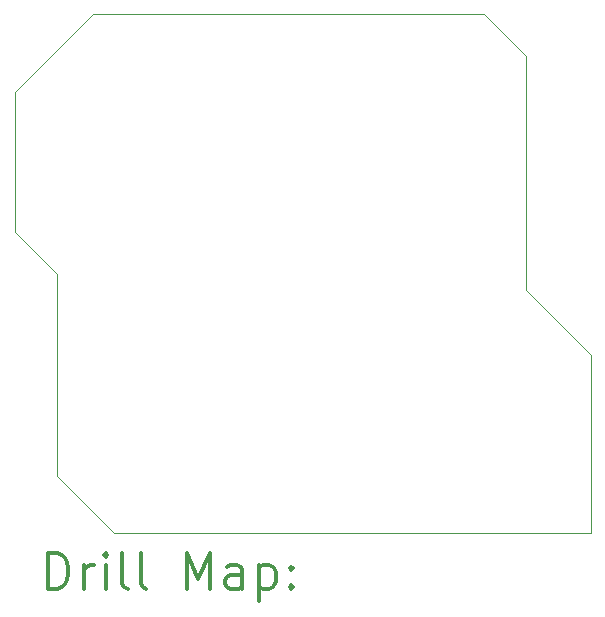
<source format=gbr>
%FSLAX45Y45*%
G04 Gerber Fmt 4.5, Leading zero omitted, Abs format (unit mm)*
G04 Created by KiCad (PCBNEW (5.1.6)-1) date 2022-08-02 16:41:38*
%MOMM*%
%LPD*%
G01*
G04 APERTURE LIST*
%TA.AperFunction,Profile*%
%ADD10C,0.050000*%
%TD*%
%ADD11C,0.200000*%
%ADD12C,0.300000*%
G04 APERTURE END LIST*
D10*
X14909800Y-7353300D02*
X15265400Y-7708900D01*
X14897100Y-7353300D02*
X14909800Y-7353300D01*
X11595100Y-7353300D02*
X14897100Y-7353300D01*
X11544300Y-7404100D02*
X11595100Y-7353300D01*
X15265400Y-9690100D02*
X15265400Y-7708900D01*
X15811500Y-10236200D02*
X15265400Y-9690100D01*
X15811500Y-11747500D02*
X15811500Y-10236200D01*
X11772900Y-11747500D02*
X15811500Y-11747500D01*
X11290300Y-11264900D02*
X11772900Y-11747500D01*
X11290300Y-11201400D02*
X11290300Y-11264900D01*
X11290300Y-11036300D02*
X11290300Y-11201400D01*
X11290300Y-10947400D02*
X11290300Y-11036300D01*
X11290300Y-9550400D02*
X11290300Y-10947400D01*
X10934700Y-9194800D02*
X11290300Y-9550400D01*
X10934700Y-8013700D02*
X10934700Y-9194800D01*
X11544300Y-7404100D02*
X10934700Y-8013700D01*
D11*
D12*
X11218628Y-12215714D02*
X11218628Y-11915714D01*
X11290057Y-11915714D01*
X11332914Y-11930000D01*
X11361486Y-11958571D01*
X11375771Y-11987143D01*
X11390057Y-12044286D01*
X11390057Y-12087143D01*
X11375771Y-12144286D01*
X11361486Y-12172857D01*
X11332914Y-12201429D01*
X11290057Y-12215714D01*
X11218628Y-12215714D01*
X11518628Y-12215714D02*
X11518628Y-12015714D01*
X11518628Y-12072857D02*
X11532914Y-12044286D01*
X11547200Y-12030000D01*
X11575771Y-12015714D01*
X11604343Y-12015714D01*
X11704343Y-12215714D02*
X11704343Y-12015714D01*
X11704343Y-11915714D02*
X11690057Y-11930000D01*
X11704343Y-11944286D01*
X11718628Y-11930000D01*
X11704343Y-11915714D01*
X11704343Y-11944286D01*
X11890057Y-12215714D02*
X11861486Y-12201429D01*
X11847200Y-12172857D01*
X11847200Y-11915714D01*
X12047200Y-12215714D02*
X12018628Y-12201429D01*
X12004343Y-12172857D01*
X12004343Y-11915714D01*
X12390057Y-12215714D02*
X12390057Y-11915714D01*
X12490057Y-12130000D01*
X12590057Y-11915714D01*
X12590057Y-12215714D01*
X12861486Y-12215714D02*
X12861486Y-12058571D01*
X12847200Y-12030000D01*
X12818628Y-12015714D01*
X12761486Y-12015714D01*
X12732914Y-12030000D01*
X12861486Y-12201429D02*
X12832914Y-12215714D01*
X12761486Y-12215714D01*
X12732914Y-12201429D01*
X12718628Y-12172857D01*
X12718628Y-12144286D01*
X12732914Y-12115714D01*
X12761486Y-12101429D01*
X12832914Y-12101429D01*
X12861486Y-12087143D01*
X13004343Y-12015714D02*
X13004343Y-12315714D01*
X13004343Y-12030000D02*
X13032914Y-12015714D01*
X13090057Y-12015714D01*
X13118628Y-12030000D01*
X13132914Y-12044286D01*
X13147200Y-12072857D01*
X13147200Y-12158571D01*
X13132914Y-12187143D01*
X13118628Y-12201429D01*
X13090057Y-12215714D01*
X13032914Y-12215714D01*
X13004343Y-12201429D01*
X13275771Y-12187143D02*
X13290057Y-12201429D01*
X13275771Y-12215714D01*
X13261486Y-12201429D01*
X13275771Y-12187143D01*
X13275771Y-12215714D01*
X13275771Y-12030000D02*
X13290057Y-12044286D01*
X13275771Y-12058571D01*
X13261486Y-12044286D01*
X13275771Y-12030000D01*
X13275771Y-12058571D01*
M02*

</source>
